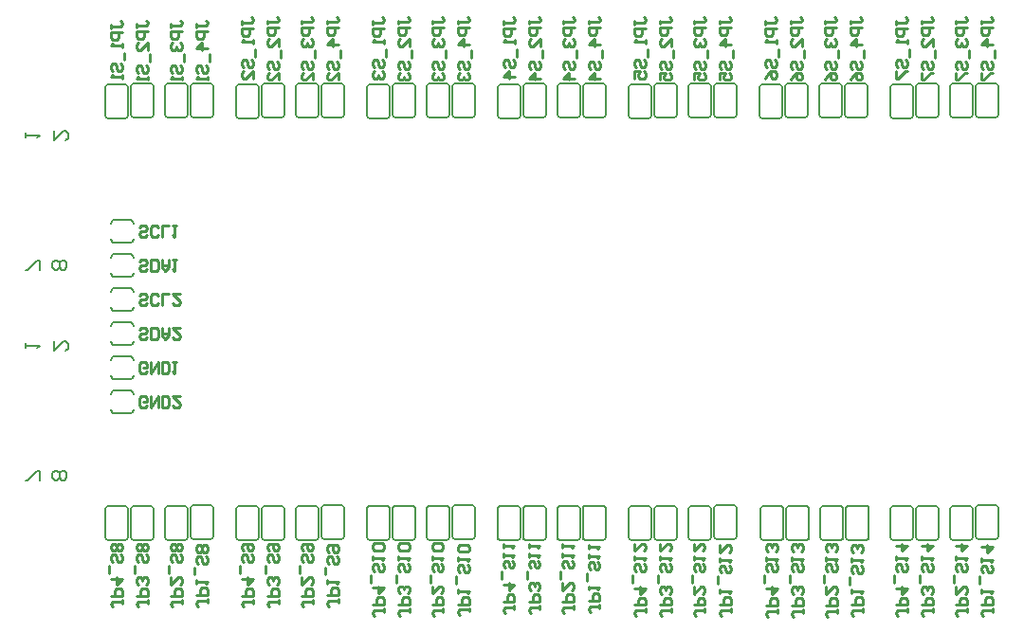
<source format=gbo>
G04 Layer_Color=32896*
%FSLAX25Y25*%
%MOIN*%
G70*
G01*
G75*
%ADD26C,0.01000*%
%ADD48C,0.00800*%
%ADD49C,0.00600*%
D26*
X40040Y237376D02*
Y238688D01*
Y238032D01*
X43320D01*
X43976Y238688D01*
Y239344D01*
X43320Y240000D01*
X43976Y236064D02*
X40040D01*
Y234096D01*
X40696Y233440D01*
X42008D01*
X42664Y234096D01*
Y236064D01*
X43976Y232129D02*
Y230817D01*
Y231473D01*
X40040D01*
X40696Y232129D01*
X44632Y228849D02*
Y226225D01*
X40696Y222289D02*
X40040Y222945D01*
Y224257D01*
X40696Y224913D01*
X41352D01*
X42008Y224257D01*
Y222945D01*
X42664Y222289D01*
X43320D01*
X43976Y222945D01*
Y224257D01*
X43320Y224913D01*
X43976Y220977D02*
Y219665D01*
Y220321D01*
X40040D01*
X40696Y220977D01*
X86040Y238688D02*
Y240000D01*
Y239344D01*
X89320D01*
X89976Y240000D01*
Y240656D01*
X89320Y241312D01*
X89976Y237376D02*
X86040D01*
Y235408D01*
X86696Y234752D01*
X88008D01*
X88664Y235408D01*
Y237376D01*
X89976Y233440D02*
Y232129D01*
Y232785D01*
X86040D01*
X86696Y233440D01*
X90632Y230161D02*
Y227537D01*
X86696Y223601D02*
X86040Y224257D01*
Y225569D01*
X86696Y226225D01*
X87352D01*
X88008Y225569D01*
Y224257D01*
X88664Y223601D01*
X89320D01*
X89976Y224257D01*
Y225569D01*
X89320Y226225D01*
X89976Y219665D02*
Y222289D01*
X87352Y219665D01*
X86696D01*
X86040Y220321D01*
Y221633D01*
X86696Y222289D01*
X132088Y238688D02*
Y240000D01*
Y239344D01*
X135368D01*
X136024Y240000D01*
Y240656D01*
X135368Y241312D01*
X136024Y237376D02*
X132088D01*
Y235408D01*
X132744Y234752D01*
X134056D01*
X134712Y235408D01*
Y237376D01*
X136024Y233440D02*
Y232129D01*
Y232785D01*
X132088D01*
X132744Y233440D01*
X136680Y230161D02*
Y227537D01*
X132744Y223601D02*
X132088Y224257D01*
Y225569D01*
X132744Y226225D01*
X133400D01*
X134056Y225569D01*
Y224257D01*
X134712Y223601D01*
X135368D01*
X136024Y224257D01*
Y225569D01*
X135368Y226225D01*
X132744Y222289D02*
X132088Y221633D01*
Y220321D01*
X132744Y219665D01*
X133400D01*
X134056Y220321D01*
Y220977D01*
Y220321D01*
X134712Y219665D01*
X135368D01*
X136024Y220321D01*
Y221633D01*
X135368Y222289D01*
X178088Y238688D02*
Y240000D01*
Y239344D01*
X181368D01*
X182024Y240000D01*
Y240656D01*
X181368Y241312D01*
X182024Y237376D02*
X178088D01*
Y235408D01*
X178744Y234752D01*
X180056D01*
X180712Y235408D01*
Y237376D01*
X182024Y233440D02*
Y232129D01*
Y232785D01*
X178088D01*
X178744Y233440D01*
X182680Y230161D02*
Y227537D01*
X178744Y223601D02*
X178088Y224257D01*
Y225569D01*
X178744Y226225D01*
X179400D01*
X180056Y225569D01*
Y224257D01*
X180712Y223601D01*
X181368D01*
X182024Y224257D01*
Y225569D01*
X181368Y226225D01*
X182024Y220321D02*
X178088D01*
X180056Y222289D01*
Y219665D01*
X224040Y238688D02*
Y240000D01*
Y239344D01*
X227320D01*
X227976Y240000D01*
Y240656D01*
X227320Y241312D01*
X227976Y237376D02*
X224040D01*
Y235408D01*
X224696Y234752D01*
X226008D01*
X226664Y235408D01*
Y237376D01*
X227976Y233440D02*
Y232129D01*
Y232785D01*
X224040D01*
X224696Y233440D01*
X228632Y230161D02*
Y227537D01*
X224696Y223601D02*
X224040Y224257D01*
Y225569D01*
X224696Y226225D01*
X225352D01*
X226008Y225569D01*
Y224257D01*
X226664Y223601D01*
X227320D01*
X227976Y224257D01*
Y225569D01*
X227320Y226225D01*
X224040Y219665D02*
Y222289D01*
X226008D01*
X225352Y220977D01*
Y220321D01*
X226008Y219665D01*
X227320D01*
X227976Y220321D01*
Y221633D01*
X227320Y222289D01*
X270088Y238688D02*
Y240000D01*
Y239344D01*
X273368D01*
X274024Y240000D01*
Y240656D01*
X273368Y241312D01*
X274024Y237376D02*
X270088D01*
Y235408D01*
X270744Y234752D01*
X272056D01*
X272712Y235408D01*
Y237376D01*
X274024Y233440D02*
Y232129D01*
Y232785D01*
X270088D01*
X270744Y233440D01*
X274680Y230161D02*
Y227537D01*
X270744Y223601D02*
X270088Y224257D01*
Y225569D01*
X270744Y226225D01*
X271400D01*
X272056Y225569D01*
Y224257D01*
X272712Y223601D01*
X273368D01*
X274024Y224257D01*
Y225569D01*
X273368Y226225D01*
X270088Y219665D02*
X270744Y220977D01*
X272056Y222289D01*
X273368D01*
X274024Y221633D01*
Y220321D01*
X273368Y219665D01*
X272712D01*
X272056Y220321D01*
Y222289D01*
X316088Y238688D02*
Y240000D01*
Y239344D01*
X319368D01*
X320024Y240000D01*
Y240656D01*
X319368Y241312D01*
X320024Y237376D02*
X316088D01*
Y235408D01*
X316744Y234752D01*
X318056D01*
X318712Y235408D01*
Y237376D01*
X320024Y233440D02*
Y232129D01*
Y232785D01*
X316088D01*
X316744Y233440D01*
X320680Y230161D02*
Y227537D01*
X316744Y223601D02*
X316088Y224257D01*
Y225569D01*
X316744Y226225D01*
X317400D01*
X318056Y225569D01*
Y224257D01*
X318712Y223601D01*
X319368D01*
X320024Y224257D01*
Y225569D01*
X319368Y226225D01*
X316088Y222289D02*
Y219665D01*
X316744D01*
X319368Y222289D01*
X320024D01*
X74036Y36712D02*
Y35400D01*
Y36056D01*
X70756D01*
X70100Y35400D01*
Y34744D01*
X70756Y34088D01*
X70100Y38024D02*
X74036D01*
Y39992D01*
X73380Y40648D01*
X72068D01*
X71412Y39992D01*
Y38024D01*
X70100Y41960D02*
Y43271D01*
Y42616D01*
X74036D01*
X73380Y41960D01*
X69444Y45239D02*
Y47863D01*
X73380Y51799D02*
X74036Y51143D01*
Y49831D01*
X73380Y49175D01*
X72724D01*
X72068Y49831D01*
Y51143D01*
X71412Y51799D01*
X70756D01*
X70100Y51143D01*
Y49831D01*
X70756Y49175D01*
X73380Y53111D02*
X74036Y53767D01*
Y55079D01*
X73380Y55735D01*
X72724D01*
X72068Y55079D01*
X71412Y55735D01*
X70756D01*
X70100Y55079D01*
Y53767D01*
X70756Y53111D01*
X71412D01*
X72068Y53767D01*
X72724Y53111D01*
X73380D01*
X72068Y53767D02*
Y55079D01*
X120036Y36712D02*
Y35400D01*
Y36056D01*
X116756D01*
X116100Y35400D01*
Y34744D01*
X116756Y34088D01*
X116100Y38024D02*
X120036D01*
Y39992D01*
X119380Y40648D01*
X118068D01*
X117412Y39992D01*
Y38024D01*
X116100Y41960D02*
Y43271D01*
Y42616D01*
X120036D01*
X119380Y41960D01*
X115444Y45239D02*
Y47863D01*
X119380Y51799D02*
X120036Y51143D01*
Y49831D01*
X119380Y49175D01*
X118724D01*
X118068Y49831D01*
Y51143D01*
X117412Y51799D01*
X116756D01*
X116100Y51143D01*
Y49831D01*
X116756Y49175D01*
Y53111D02*
X116100Y53767D01*
Y55079D01*
X116756Y55735D01*
X119380D01*
X120036Y55079D01*
Y53767D01*
X119380Y53111D01*
X118724D01*
X118068Y53767D01*
Y55735D01*
X165936Y33532D02*
Y32220D01*
Y32876D01*
X162656D01*
X162000Y32220D01*
Y31564D01*
X162656Y30908D01*
X162000Y34844D02*
X165936D01*
Y36812D01*
X165280Y37468D01*
X163968D01*
X163312Y36812D01*
Y34844D01*
X162000Y38780D02*
Y40092D01*
Y39436D01*
X165936D01*
X165280Y38780D01*
X161344Y42060D02*
Y44683D01*
X165280Y48619D02*
X165936Y47963D01*
Y46651D01*
X165280Y45995D01*
X164624D01*
X163968Y46651D01*
Y47963D01*
X163312Y48619D01*
X162656D01*
X162000Y47963D01*
Y46651D01*
X162656Y45995D01*
X162000Y49931D02*
Y51243D01*
Y50587D01*
X165936D01*
X165280Y49931D01*
Y53211D02*
X165936Y53867D01*
Y55179D01*
X165280Y55835D01*
X162656D01*
X162000Y55179D01*
Y53867D01*
X162656Y53211D01*
X165280D01*
X211836Y34644D02*
Y33332D01*
Y33988D01*
X208556D01*
X207900Y33332D01*
Y32676D01*
X208556Y32020D01*
X207900Y35956D02*
X211836D01*
Y37924D01*
X211180Y38580D01*
X209868D01*
X209212Y37924D01*
Y35956D01*
X207900Y39892D02*
Y41204D01*
Y40548D01*
X211836D01*
X211180Y39892D01*
X207244Y43172D02*
Y45795D01*
X211180Y49731D02*
X211836Y49075D01*
Y47763D01*
X211180Y47107D01*
X210524D01*
X209868Y47763D01*
Y49075D01*
X209212Y49731D01*
X208556D01*
X207900Y49075D01*
Y47763D01*
X208556Y47107D01*
X207900Y51043D02*
Y52355D01*
Y51699D01*
X211836D01*
X211180Y51043D01*
X207900Y54323D02*
Y55635D01*
Y54979D01*
X211836D01*
X211180Y54323D01*
X257936Y33432D02*
Y32120D01*
Y32776D01*
X254656D01*
X254000Y32120D01*
Y31464D01*
X254656Y30808D01*
X254000Y34744D02*
X257936D01*
Y36712D01*
X257280Y37368D01*
X255968D01*
X255312Y36712D01*
Y34744D01*
X254000Y38680D02*
Y39992D01*
Y39336D01*
X257936D01*
X257280Y38680D01*
X253344Y41960D02*
Y44583D01*
X257280Y48519D02*
X257936Y47863D01*
Y46551D01*
X257280Y45895D01*
X256624D01*
X255968Y46551D01*
Y47863D01*
X255312Y48519D01*
X254656D01*
X254000Y47863D01*
Y46551D01*
X254656Y45895D01*
X254000Y49831D02*
Y51143D01*
Y50487D01*
X257936D01*
X257280Y49831D01*
X254000Y55735D02*
Y53111D01*
X256624Y55735D01*
X257280D01*
X257936Y55079D01*
Y53767D01*
X257280Y53111D01*
X304436Y33332D02*
Y32020D01*
Y32676D01*
X301156D01*
X300500Y32020D01*
Y31364D01*
X301156Y30708D01*
X300500Y34644D02*
X304436D01*
Y36612D01*
X303780Y37268D01*
X302468D01*
X301812Y36612D01*
Y34644D01*
X300500Y38580D02*
Y39892D01*
Y39236D01*
X304436D01*
X303780Y38580D01*
X299844Y41860D02*
Y44483D01*
X303780Y48419D02*
X304436Y47763D01*
Y46451D01*
X303780Y45795D01*
X303124D01*
X302468Y46451D01*
Y47763D01*
X301812Y48419D01*
X301156D01*
X300500Y47763D01*
Y46451D01*
X301156Y45795D01*
X300500Y49731D02*
Y51043D01*
Y50387D01*
X304436D01*
X303780Y49731D01*
Y53011D02*
X304436Y53667D01*
Y54979D01*
X303780Y55635D01*
X303124D01*
X302468Y54979D01*
Y54323D01*
Y54979D01*
X301812Y55635D01*
X301156D01*
X300500Y54979D01*
Y53667D01*
X301156Y53011D01*
X350036Y33432D02*
Y32120D01*
Y32776D01*
X346756D01*
X346100Y32120D01*
Y31464D01*
X346756Y30808D01*
X346100Y34744D02*
X350036D01*
Y36712D01*
X349380Y37368D01*
X348068D01*
X347412Y36712D01*
Y34744D01*
X346100Y38680D02*
Y39992D01*
Y39336D01*
X350036D01*
X349380Y38680D01*
X345444Y41960D02*
Y44583D01*
X349380Y48519D02*
X350036Y47863D01*
Y46551D01*
X349380Y45895D01*
X348724D01*
X348068Y46551D01*
Y47863D01*
X347412Y48519D01*
X346756D01*
X346100Y47863D01*
Y46551D01*
X346756Y45895D01*
X346100Y49831D02*
Y51143D01*
Y50487D01*
X350036D01*
X349380Y49831D01*
X346100Y55079D02*
X350036D01*
X348068Y53111D01*
Y55735D01*
X49140Y237576D02*
Y238888D01*
Y238232D01*
X52420D01*
X53076Y238888D01*
Y239544D01*
X52420Y240200D01*
X53076Y236264D02*
X49140D01*
Y234296D01*
X49796Y233640D01*
X51108D01*
X51764Y234296D01*
Y236264D01*
X53076Y229705D02*
Y232329D01*
X50452Y229705D01*
X49796D01*
X49140Y230361D01*
Y231673D01*
X49796Y232329D01*
X53732Y228393D02*
Y225769D01*
X49796Y221833D02*
X49140Y222489D01*
Y223801D01*
X49796Y224457D01*
X50452D01*
X51108Y223801D01*
Y222489D01*
X51764Y221833D01*
X52420D01*
X53076Y222489D01*
Y223801D01*
X52420Y224457D01*
X53076Y220521D02*
Y219209D01*
Y219865D01*
X49140D01*
X49796Y220521D01*
X95140Y238888D02*
Y240200D01*
Y239544D01*
X98420D01*
X99076Y240200D01*
Y240856D01*
X98420Y241512D01*
X99076Y237576D02*
X95140D01*
Y235608D01*
X95796Y234952D01*
X97108D01*
X97764Y235608D01*
Y237576D01*
X99076Y231017D02*
Y233640D01*
X96452Y231017D01*
X95796D01*
X95140Y231673D01*
Y232984D01*
X95796Y233640D01*
X99732Y229705D02*
Y227081D01*
X95796Y223145D02*
X95140Y223801D01*
Y225113D01*
X95796Y225769D01*
X96452D01*
X97108Y225113D01*
Y223801D01*
X97764Y223145D01*
X98420D01*
X99076Y223801D01*
Y225113D01*
X98420Y225769D01*
X99076Y219209D02*
Y221833D01*
X96452Y219209D01*
X95796D01*
X95140Y219865D01*
Y221177D01*
X95796Y221833D01*
X141188Y238888D02*
Y240200D01*
Y239544D01*
X144468D01*
X145124Y240200D01*
Y240856D01*
X144468Y241512D01*
X145124Y237576D02*
X141188D01*
Y235608D01*
X141844Y234952D01*
X143156D01*
X143812Y235608D01*
Y237576D01*
X145124Y231017D02*
Y233640D01*
X142500Y231017D01*
X141844D01*
X141188Y231673D01*
Y232984D01*
X141844Y233640D01*
X145780Y229705D02*
Y227081D01*
X141844Y223145D02*
X141188Y223801D01*
Y225113D01*
X141844Y225769D01*
X142500D01*
X143156Y225113D01*
Y223801D01*
X143812Y223145D01*
X144468D01*
X145124Y223801D01*
Y225113D01*
X144468Y225769D01*
X141844Y221833D02*
X141188Y221177D01*
Y219865D01*
X141844Y219209D01*
X142500D01*
X143156Y219865D01*
Y220521D01*
Y219865D01*
X143812Y219209D01*
X144468D01*
X145124Y219865D01*
Y221177D01*
X144468Y221833D01*
X187188Y238888D02*
Y240200D01*
Y239544D01*
X190468D01*
X191124Y240200D01*
Y240856D01*
X190468Y241512D01*
X191124Y237576D02*
X187188D01*
Y235608D01*
X187844Y234952D01*
X189156D01*
X189812Y235608D01*
Y237576D01*
X191124Y231017D02*
Y233640D01*
X188500Y231017D01*
X187844D01*
X187188Y231673D01*
Y232984D01*
X187844Y233640D01*
X191780Y229705D02*
Y227081D01*
X187844Y223145D02*
X187188Y223801D01*
Y225113D01*
X187844Y225769D01*
X188500D01*
X189156Y225113D01*
Y223801D01*
X189812Y223145D01*
X190468D01*
X191124Y223801D01*
Y225113D01*
X190468Y225769D01*
X191124Y219865D02*
X187188D01*
X189156Y221833D01*
Y219209D01*
X233140Y238888D02*
Y240200D01*
Y239544D01*
X236420D01*
X237076Y240200D01*
Y240856D01*
X236420Y241512D01*
X237076Y237576D02*
X233140D01*
Y235608D01*
X233796Y234952D01*
X235108D01*
X235764Y235608D01*
Y237576D01*
X237076Y231017D02*
Y233640D01*
X234452Y231017D01*
X233796D01*
X233140Y231673D01*
Y232984D01*
X233796Y233640D01*
X237732Y229705D02*
Y227081D01*
X233796Y223145D02*
X233140Y223801D01*
Y225113D01*
X233796Y225769D01*
X234452D01*
X235108Y225113D01*
Y223801D01*
X235764Y223145D01*
X236420D01*
X237076Y223801D01*
Y225113D01*
X236420Y225769D01*
X233140Y219209D02*
Y221833D01*
X235108D01*
X234452Y220521D01*
Y219865D01*
X235108Y219209D01*
X236420D01*
X237076Y219865D01*
Y221177D01*
X236420Y221833D01*
X279188Y238888D02*
Y240200D01*
Y239544D01*
X282468D01*
X283124Y240200D01*
Y240856D01*
X282468Y241512D01*
X283124Y237576D02*
X279188D01*
Y235608D01*
X279844Y234952D01*
X281156D01*
X281812Y235608D01*
Y237576D01*
X283124Y231017D02*
Y233640D01*
X280500Y231017D01*
X279844D01*
X279188Y231673D01*
Y232984D01*
X279844Y233640D01*
X283780Y229705D02*
Y227081D01*
X279844Y223145D02*
X279188Y223801D01*
Y225113D01*
X279844Y225769D01*
X280500D01*
X281156Y225113D01*
Y223801D01*
X281812Y223145D01*
X282468D01*
X283124Y223801D01*
Y225113D01*
X282468Y225769D01*
X279188Y219209D02*
X279844Y220521D01*
X281156Y221833D01*
X282468D01*
X283124Y221177D01*
Y219865D01*
X282468Y219209D01*
X281812D01*
X281156Y219865D01*
Y221833D01*
X325188Y238888D02*
Y240200D01*
Y239544D01*
X328468D01*
X329124Y240200D01*
Y240856D01*
X328468Y241512D01*
X329124Y237576D02*
X325188D01*
Y235608D01*
X325844Y234952D01*
X327156D01*
X327812Y235608D01*
Y237576D01*
X329124Y231017D02*
Y233640D01*
X326500Y231017D01*
X325844D01*
X325188Y231673D01*
Y232984D01*
X325844Y233640D01*
X329780Y229705D02*
Y227081D01*
X325844Y223145D02*
X325188Y223801D01*
Y225113D01*
X325844Y225769D01*
X326500D01*
X327156Y225113D01*
Y223801D01*
X327812Y223145D01*
X328468D01*
X329124Y223801D01*
Y225113D01*
X328468Y225769D01*
X325188Y221833D02*
Y219209D01*
X325844D01*
X328468Y221833D01*
X329124D01*
X64936Y36512D02*
Y35200D01*
Y35856D01*
X61656D01*
X61000Y35200D01*
Y34544D01*
X61656Y33888D01*
X61000Y37824D02*
X64936D01*
Y39792D01*
X64280Y40448D01*
X62968D01*
X62312Y39792D01*
Y37824D01*
X61000Y44383D02*
Y41760D01*
X63624Y44383D01*
X64280D01*
X64936Y43727D01*
Y42415D01*
X64280Y41760D01*
X60344Y45695D02*
Y48319D01*
X64280Y52255D02*
X64936Y51599D01*
Y50287D01*
X64280Y49631D01*
X63624D01*
X62968Y50287D01*
Y51599D01*
X62312Y52255D01*
X61656D01*
X61000Y51599D01*
Y50287D01*
X61656Y49631D01*
X64280Y53567D02*
X64936Y54223D01*
Y55535D01*
X64280Y56191D01*
X63624D01*
X62968Y55535D01*
X62312Y56191D01*
X61656D01*
X61000Y55535D01*
Y54223D01*
X61656Y53567D01*
X62312D01*
X62968Y54223D01*
X63624Y53567D01*
X64280D01*
X62968Y54223D02*
Y55535D01*
X110936Y36512D02*
Y35200D01*
Y35856D01*
X107656D01*
X107000Y35200D01*
Y34544D01*
X107656Y33888D01*
X107000Y37824D02*
X110936D01*
Y39792D01*
X110280Y40448D01*
X108968D01*
X108312Y39792D01*
Y37824D01*
X107000Y44383D02*
Y41760D01*
X109624Y44383D01*
X110280D01*
X110936Y43727D01*
Y42415D01*
X110280Y41760D01*
X106344Y45695D02*
Y48319D01*
X110280Y52255D02*
X110936Y51599D01*
Y50287D01*
X110280Y49631D01*
X109624D01*
X108968Y50287D01*
Y51599D01*
X108312Y52255D01*
X107656D01*
X107000Y51599D01*
Y50287D01*
X107656Y49631D01*
Y53567D02*
X107000Y54223D01*
Y55535D01*
X107656Y56191D01*
X110280D01*
X110936Y55535D01*
Y54223D01*
X110280Y53567D01*
X109624D01*
X108968Y54223D01*
Y56191D01*
X156836Y33332D02*
Y32020D01*
Y32676D01*
X153556D01*
X152900Y32020D01*
Y31364D01*
X153556Y30708D01*
X152900Y34644D02*
X156836D01*
Y36612D01*
X156180Y37268D01*
X154868D01*
X154212Y36612D01*
Y34644D01*
X152900Y41204D02*
Y38580D01*
X155524Y41204D01*
X156180D01*
X156836Y40548D01*
Y39236D01*
X156180Y38580D01*
X152244Y42516D02*
Y45139D01*
X156180Y49075D02*
X156836Y48419D01*
Y47107D01*
X156180Y46451D01*
X155524D01*
X154868Y47107D01*
Y48419D01*
X154212Y49075D01*
X153556D01*
X152900Y48419D01*
Y47107D01*
X153556Y46451D01*
X152900Y50387D02*
Y51699D01*
Y51043D01*
X156836D01*
X156180Y50387D01*
Y53667D02*
X156836Y54323D01*
Y55635D01*
X156180Y56291D01*
X153556D01*
X152900Y55635D01*
Y54323D01*
X153556Y53667D01*
X156180D01*
X202736Y34444D02*
Y33132D01*
Y33788D01*
X199456D01*
X198800Y33132D01*
Y32476D01*
X199456Y31820D01*
X198800Y35756D02*
X202736D01*
Y37724D01*
X202080Y38380D01*
X200768D01*
X200112Y37724D01*
Y35756D01*
X198800Y42316D02*
Y39692D01*
X201424Y42316D01*
X202080D01*
X202736Y41660D01*
Y40348D01*
X202080Y39692D01*
X198144Y43627D02*
Y46251D01*
X202080Y50187D02*
X202736Y49531D01*
Y48219D01*
X202080Y47563D01*
X201424D01*
X200768Y48219D01*
Y49531D01*
X200112Y50187D01*
X199456D01*
X198800Y49531D01*
Y48219D01*
X199456Y47563D01*
X198800Y51499D02*
Y52811D01*
Y52155D01*
X202736D01*
X202080Y51499D01*
X198800Y54779D02*
Y56091D01*
Y55435D01*
X202736D01*
X202080Y54779D01*
X248836Y33232D02*
Y31920D01*
Y32576D01*
X245556D01*
X244900Y31920D01*
Y31264D01*
X245556Y30608D01*
X244900Y34544D02*
X248836D01*
Y36512D01*
X248180Y37168D01*
X246868D01*
X246212Y36512D01*
Y34544D01*
X244900Y41104D02*
Y38480D01*
X247524Y41104D01*
X248180D01*
X248836Y40448D01*
Y39136D01*
X248180Y38480D01*
X244244Y42415D02*
Y45039D01*
X248180Y48975D02*
X248836Y48319D01*
Y47007D01*
X248180Y46351D01*
X247524D01*
X246868Y47007D01*
Y48319D01*
X246212Y48975D01*
X245556D01*
X244900Y48319D01*
Y47007D01*
X245556Y46351D01*
X244900Y50287D02*
Y51599D01*
Y50943D01*
X248836D01*
X248180Y50287D01*
X244900Y56191D02*
Y53567D01*
X247524Y56191D01*
X248180D01*
X248836Y55535D01*
Y54223D01*
X248180Y53567D01*
X295336Y33132D02*
Y31820D01*
Y32476D01*
X292056D01*
X291400Y31820D01*
Y31164D01*
X292056Y30508D01*
X291400Y34444D02*
X295336D01*
Y36412D01*
X294680Y37068D01*
X293368D01*
X292712Y36412D01*
Y34444D01*
X291400Y41004D02*
Y38380D01*
X294024Y41004D01*
X294680D01*
X295336Y40348D01*
Y39036D01*
X294680Y38380D01*
X290744Y42316D02*
Y44939D01*
X294680Y48875D02*
X295336Y48219D01*
Y46907D01*
X294680Y46251D01*
X294024D01*
X293368Y46907D01*
Y48219D01*
X292712Y48875D01*
X292056D01*
X291400Y48219D01*
Y46907D01*
X292056Y46251D01*
X291400Y50187D02*
Y51499D01*
Y50843D01*
X295336D01*
X294680Y50187D01*
Y53467D02*
X295336Y54123D01*
Y55435D01*
X294680Y56091D01*
X294024D01*
X293368Y55435D01*
Y54779D01*
Y55435D01*
X292712Y56091D01*
X292056D01*
X291400Y55435D01*
Y54123D01*
X292056Y53467D01*
X340936Y33232D02*
Y31920D01*
Y32576D01*
X337656D01*
X337000Y31920D01*
Y31264D01*
X337656Y30608D01*
X337000Y34544D02*
X340936D01*
Y36512D01*
X340280Y37168D01*
X338968D01*
X338312Y36512D01*
Y34544D01*
X337000Y41104D02*
Y38480D01*
X339624Y41104D01*
X340280D01*
X340936Y40448D01*
Y39136D01*
X340280Y38480D01*
X336344Y42415D02*
Y45039D01*
X340280Y48975D02*
X340936Y48319D01*
Y47007D01*
X340280Y46351D01*
X339624D01*
X338968Y47007D01*
Y48319D01*
X338312Y48975D01*
X337656D01*
X337000Y48319D01*
Y47007D01*
X337656Y46351D01*
X337000Y50287D02*
Y51599D01*
Y50943D01*
X340936D01*
X340280Y50287D01*
X337000Y55535D02*
X340936D01*
X338968Y53567D01*
Y56191D01*
X61040Y237576D02*
Y238888D01*
Y238232D01*
X64320D01*
X64976Y238888D01*
Y239544D01*
X64320Y240200D01*
X64976Y236264D02*
X61040D01*
Y234296D01*
X61696Y233640D01*
X63008D01*
X63664Y234296D01*
Y236264D01*
X61696Y232329D02*
X61040Y231673D01*
Y230361D01*
X61696Y229705D01*
X62352D01*
X63008Y230361D01*
Y231017D01*
Y230361D01*
X63664Y229705D01*
X64320D01*
X64976Y230361D01*
Y231673D01*
X64320Y232329D01*
X65632Y228393D02*
Y225769D01*
X61696Y221833D02*
X61040Y222489D01*
Y223801D01*
X61696Y224457D01*
X62352D01*
X63008Y223801D01*
Y222489D01*
X63664Y221833D01*
X64320D01*
X64976Y222489D01*
Y223801D01*
X64320Y224457D01*
X64976Y220521D02*
Y219209D01*
Y219865D01*
X61040D01*
X61696Y220521D01*
X107040Y238888D02*
Y240200D01*
Y239544D01*
X110320D01*
X110976Y240200D01*
Y240856D01*
X110320Y241512D01*
X110976Y237576D02*
X107040D01*
Y235608D01*
X107696Y234952D01*
X109008D01*
X109664Y235608D01*
Y237576D01*
X107696Y233640D02*
X107040Y232984D01*
Y231673D01*
X107696Y231017D01*
X108352D01*
X109008Y231673D01*
Y232329D01*
Y231673D01*
X109664Y231017D01*
X110320D01*
X110976Y231673D01*
Y232984D01*
X110320Y233640D01*
X111632Y229705D02*
Y227081D01*
X107696Y223145D02*
X107040Y223801D01*
Y225113D01*
X107696Y225769D01*
X108352D01*
X109008Y225113D01*
Y223801D01*
X109664Y223145D01*
X110320D01*
X110976Y223801D01*
Y225113D01*
X110320Y225769D01*
X110976Y219209D02*
Y221833D01*
X108352Y219209D01*
X107696D01*
X107040Y219865D01*
Y221177D01*
X107696Y221833D01*
X153088Y238888D02*
Y240200D01*
Y239544D01*
X156368D01*
X157024Y240200D01*
Y240856D01*
X156368Y241512D01*
X157024Y237576D02*
X153088D01*
Y235608D01*
X153744Y234952D01*
X155056D01*
X155712Y235608D01*
Y237576D01*
X153744Y233640D02*
X153088Y232984D01*
Y231673D01*
X153744Y231017D01*
X154400D01*
X155056Y231673D01*
Y232329D01*
Y231673D01*
X155712Y231017D01*
X156368D01*
X157024Y231673D01*
Y232984D01*
X156368Y233640D01*
X157680Y229705D02*
Y227081D01*
X153744Y223145D02*
X153088Y223801D01*
Y225113D01*
X153744Y225769D01*
X154400D01*
X155056Y225113D01*
Y223801D01*
X155712Y223145D01*
X156368D01*
X157024Y223801D01*
Y225113D01*
X156368Y225769D01*
X153744Y221833D02*
X153088Y221177D01*
Y219865D01*
X153744Y219209D01*
X154400D01*
X155056Y219865D01*
Y220521D01*
Y219865D01*
X155712Y219209D01*
X156368D01*
X157024Y219865D01*
Y221177D01*
X156368Y221833D01*
X199088Y238888D02*
Y240200D01*
Y239544D01*
X202368D01*
X203024Y240200D01*
Y240856D01*
X202368Y241512D01*
X203024Y237576D02*
X199088D01*
Y235608D01*
X199744Y234952D01*
X201056D01*
X201712Y235608D01*
Y237576D01*
X199744Y233640D02*
X199088Y232984D01*
Y231673D01*
X199744Y231017D01*
X200400D01*
X201056Y231673D01*
Y232329D01*
Y231673D01*
X201712Y231017D01*
X202368D01*
X203024Y231673D01*
Y232984D01*
X202368Y233640D01*
X203680Y229705D02*
Y227081D01*
X199744Y223145D02*
X199088Y223801D01*
Y225113D01*
X199744Y225769D01*
X200400D01*
X201056Y225113D01*
Y223801D01*
X201712Y223145D01*
X202368D01*
X203024Y223801D01*
Y225113D01*
X202368Y225769D01*
X203024Y219865D02*
X199088D01*
X201056Y221833D01*
Y219209D01*
X245040Y238888D02*
Y240200D01*
Y239544D01*
X248320D01*
X248976Y240200D01*
Y240856D01*
X248320Y241512D01*
X248976Y237576D02*
X245040D01*
Y235608D01*
X245696Y234952D01*
X247008D01*
X247664Y235608D01*
Y237576D01*
X245696Y233640D02*
X245040Y232984D01*
Y231673D01*
X245696Y231017D01*
X246352D01*
X247008Y231673D01*
Y232329D01*
Y231673D01*
X247664Y231017D01*
X248320D01*
X248976Y231673D01*
Y232984D01*
X248320Y233640D01*
X249632Y229705D02*
Y227081D01*
X245696Y223145D02*
X245040Y223801D01*
Y225113D01*
X245696Y225769D01*
X246352D01*
X247008Y225113D01*
Y223801D01*
X247664Y223145D01*
X248320D01*
X248976Y223801D01*
Y225113D01*
X248320Y225769D01*
X245040Y219209D02*
Y221833D01*
X247008D01*
X246352Y220521D01*
Y219865D01*
X247008Y219209D01*
X248320D01*
X248976Y219865D01*
Y221177D01*
X248320Y221833D01*
X291088Y238888D02*
Y240200D01*
Y239544D01*
X294368D01*
X295024Y240200D01*
Y240856D01*
X294368Y241512D01*
X295024Y237576D02*
X291088D01*
Y235608D01*
X291744Y234952D01*
X293056D01*
X293712Y235608D01*
Y237576D01*
X291744Y233640D02*
X291088Y232984D01*
Y231673D01*
X291744Y231017D01*
X292400D01*
X293056Y231673D01*
Y232329D01*
Y231673D01*
X293712Y231017D01*
X294368D01*
X295024Y231673D01*
Y232984D01*
X294368Y233640D01*
X295680Y229705D02*
Y227081D01*
X291744Y223145D02*
X291088Y223801D01*
Y225113D01*
X291744Y225769D01*
X292400D01*
X293056Y225113D01*
Y223801D01*
X293712Y223145D01*
X294368D01*
X295024Y223801D01*
Y225113D01*
X294368Y225769D01*
X291088Y219209D02*
X291744Y220521D01*
X293056Y221833D01*
X294368D01*
X295024Y221177D01*
Y219865D01*
X294368Y219209D01*
X293712D01*
X293056Y219865D01*
Y221833D01*
X337088Y238888D02*
Y240200D01*
Y239544D01*
X340368D01*
X341024Y240200D01*
Y240856D01*
X340368Y241512D01*
X341024Y237576D02*
X337088D01*
Y235608D01*
X337744Y234952D01*
X339056D01*
X339712Y235608D01*
Y237576D01*
X337744Y233640D02*
X337088Y232984D01*
Y231673D01*
X337744Y231017D01*
X338400D01*
X339056Y231673D01*
Y232329D01*
Y231673D01*
X339712Y231017D01*
X340368D01*
X341024Y231673D01*
Y232984D01*
X340368Y233640D01*
X341680Y229705D02*
Y227081D01*
X337744Y223145D02*
X337088Y223801D01*
Y225113D01*
X337744Y225769D01*
X338400D01*
X339056Y225113D01*
Y223801D01*
X339712Y223145D01*
X340368D01*
X341024Y223801D01*
Y225113D01*
X340368Y225769D01*
X337088Y221833D02*
Y219209D01*
X337744D01*
X340368Y221833D01*
X341024D01*
X53036Y36512D02*
Y35200D01*
Y35856D01*
X49756D01*
X49100Y35200D01*
Y34544D01*
X49756Y33888D01*
X49100Y37824D02*
X53036D01*
Y39792D01*
X52380Y40448D01*
X51068D01*
X50412Y39792D01*
Y37824D01*
X52380Y41760D02*
X53036Y42415D01*
Y43727D01*
X52380Y44383D01*
X51724D01*
X51068Y43727D01*
Y43071D01*
Y43727D01*
X50412Y44383D01*
X49756D01*
X49100Y43727D01*
Y42415D01*
X49756Y41760D01*
X48444Y45695D02*
Y48319D01*
X52380Y52255D02*
X53036Y51599D01*
Y50287D01*
X52380Y49631D01*
X51724D01*
X51068Y50287D01*
Y51599D01*
X50412Y52255D01*
X49756D01*
X49100Y51599D01*
Y50287D01*
X49756Y49631D01*
X52380Y53567D02*
X53036Y54223D01*
Y55535D01*
X52380Y56191D01*
X51724D01*
X51068Y55535D01*
X50412Y56191D01*
X49756D01*
X49100Y55535D01*
Y54223D01*
X49756Y53567D01*
X50412D01*
X51068Y54223D01*
X51724Y53567D01*
X52380D01*
X51068Y54223D02*
Y55535D01*
X99036Y36512D02*
Y35200D01*
Y35856D01*
X95756D01*
X95100Y35200D01*
Y34544D01*
X95756Y33888D01*
X95100Y37824D02*
X99036D01*
Y39792D01*
X98380Y40448D01*
X97068D01*
X96412Y39792D01*
Y37824D01*
X98380Y41760D02*
X99036Y42415D01*
Y43727D01*
X98380Y44383D01*
X97724D01*
X97068Y43727D01*
Y43071D01*
Y43727D01*
X96412Y44383D01*
X95756D01*
X95100Y43727D01*
Y42415D01*
X95756Y41760D01*
X94444Y45695D02*
Y48319D01*
X98380Y52255D02*
X99036Y51599D01*
Y50287D01*
X98380Y49631D01*
X97724D01*
X97068Y50287D01*
Y51599D01*
X96412Y52255D01*
X95756D01*
X95100Y51599D01*
Y50287D01*
X95756Y49631D01*
Y53567D02*
X95100Y54223D01*
Y55535D01*
X95756Y56191D01*
X98380D01*
X99036Y55535D01*
Y54223D01*
X98380Y53567D01*
X97724D01*
X97068Y54223D01*
Y56191D01*
X144936Y33332D02*
Y32020D01*
Y32676D01*
X141656D01*
X141000Y32020D01*
Y31364D01*
X141656Y30708D01*
X141000Y34644D02*
X144936D01*
Y36612D01*
X144280Y37268D01*
X142968D01*
X142312Y36612D01*
Y34644D01*
X144280Y38580D02*
X144936Y39236D01*
Y40548D01*
X144280Y41204D01*
X143624D01*
X142968Y40548D01*
Y39892D01*
Y40548D01*
X142312Y41204D01*
X141656D01*
X141000Y40548D01*
Y39236D01*
X141656Y38580D01*
X140344Y42516D02*
Y45139D01*
X144280Y49075D02*
X144936Y48419D01*
Y47107D01*
X144280Y46451D01*
X143624D01*
X142968Y47107D01*
Y48419D01*
X142312Y49075D01*
X141656D01*
X141000Y48419D01*
Y47107D01*
X141656Y46451D01*
X141000Y50387D02*
Y51699D01*
Y51043D01*
X144936D01*
X144280Y50387D01*
Y53667D02*
X144936Y54323D01*
Y55635D01*
X144280Y56291D01*
X141656D01*
X141000Y55635D01*
Y54323D01*
X141656Y53667D01*
X144280D01*
X190836Y34444D02*
Y33132D01*
Y33788D01*
X187556D01*
X186900Y33132D01*
Y32476D01*
X187556Y31820D01*
X186900Y35756D02*
X190836D01*
Y37724D01*
X190180Y38380D01*
X188868D01*
X188212Y37724D01*
Y35756D01*
X190180Y39692D02*
X190836Y40348D01*
Y41660D01*
X190180Y42316D01*
X189524D01*
X188868Y41660D01*
Y41004D01*
Y41660D01*
X188212Y42316D01*
X187556D01*
X186900Y41660D01*
Y40348D01*
X187556Y39692D01*
X186244Y43627D02*
Y46251D01*
X190180Y50187D02*
X190836Y49531D01*
Y48219D01*
X190180Y47563D01*
X189524D01*
X188868Y48219D01*
Y49531D01*
X188212Y50187D01*
X187556D01*
X186900Y49531D01*
Y48219D01*
X187556Y47563D01*
X186900Y51499D02*
Y52811D01*
Y52155D01*
X190836D01*
X190180Y51499D01*
X186900Y54779D02*
Y56091D01*
Y55435D01*
X190836D01*
X190180Y54779D01*
X236936Y33232D02*
Y31920D01*
Y32576D01*
X233656D01*
X233000Y31920D01*
Y31264D01*
X233656Y30608D01*
X233000Y34544D02*
X236936D01*
Y36512D01*
X236280Y37168D01*
X234968D01*
X234312Y36512D01*
Y34544D01*
X236280Y38480D02*
X236936Y39136D01*
Y40448D01*
X236280Y41104D01*
X235624D01*
X234968Y40448D01*
Y39792D01*
Y40448D01*
X234312Y41104D01*
X233656D01*
X233000Y40448D01*
Y39136D01*
X233656Y38480D01*
X232344Y42415D02*
Y45039D01*
X236280Y48975D02*
X236936Y48319D01*
Y47007D01*
X236280Y46351D01*
X235624D01*
X234968Y47007D01*
Y48319D01*
X234312Y48975D01*
X233656D01*
X233000Y48319D01*
Y47007D01*
X233656Y46351D01*
X233000Y50287D02*
Y51599D01*
Y50943D01*
X236936D01*
X236280Y50287D01*
X233000Y56191D02*
Y53567D01*
X235624Y56191D01*
X236280D01*
X236936Y55535D01*
Y54223D01*
X236280Y53567D01*
X283436Y33132D02*
Y31820D01*
Y32476D01*
X280156D01*
X279500Y31820D01*
Y31164D01*
X280156Y30508D01*
X279500Y34444D02*
X283436D01*
Y36412D01*
X282780Y37068D01*
X281468D01*
X280812Y36412D01*
Y34444D01*
X282780Y38380D02*
X283436Y39036D01*
Y40348D01*
X282780Y41004D01*
X282124D01*
X281468Y40348D01*
Y39692D01*
Y40348D01*
X280812Y41004D01*
X280156D01*
X279500Y40348D01*
Y39036D01*
X280156Y38380D01*
X278844Y42316D02*
Y44939D01*
X282780Y48875D02*
X283436Y48219D01*
Y46907D01*
X282780Y46251D01*
X282124D01*
X281468Y46907D01*
Y48219D01*
X280812Y48875D01*
X280156D01*
X279500Y48219D01*
Y46907D01*
X280156Y46251D01*
X279500Y50187D02*
Y51499D01*
Y50843D01*
X283436D01*
X282780Y50187D01*
Y53467D02*
X283436Y54123D01*
Y55435D01*
X282780Y56091D01*
X282124D01*
X281468Y55435D01*
Y54779D01*
Y55435D01*
X280812Y56091D01*
X280156D01*
X279500Y55435D01*
Y54123D01*
X280156Y53467D01*
X329036Y33232D02*
Y31920D01*
Y32576D01*
X325756D01*
X325100Y31920D01*
Y31264D01*
X325756Y30608D01*
X325100Y34544D02*
X329036D01*
Y36512D01*
X328380Y37168D01*
X327068D01*
X326412Y36512D01*
Y34544D01*
X328380Y38480D02*
X329036Y39136D01*
Y40448D01*
X328380Y41104D01*
X327724D01*
X327068Y40448D01*
Y39792D01*
Y40448D01*
X326412Y41104D01*
X325756D01*
X325100Y40448D01*
Y39136D01*
X325756Y38480D01*
X324444Y42415D02*
Y45039D01*
X328380Y48975D02*
X329036Y48319D01*
Y47007D01*
X328380Y46351D01*
X327724D01*
X327068Y47007D01*
Y48319D01*
X326412Y48975D01*
X325756D01*
X325100Y48319D01*
Y47007D01*
X325756Y46351D01*
X325100Y50287D02*
Y51599D01*
Y50943D01*
X329036D01*
X328380Y50287D01*
X325100Y55535D02*
X329036D01*
X327068Y53567D01*
Y56191D01*
X70040Y237576D02*
Y238888D01*
Y238232D01*
X73320D01*
X73976Y238888D01*
Y239544D01*
X73320Y240200D01*
X73976Y236264D02*
X70040D01*
Y234296D01*
X70696Y233640D01*
X72008D01*
X72664Y234296D01*
Y236264D01*
X73976Y230361D02*
X70040D01*
X72008Y232329D01*
Y229705D01*
X74632Y228393D02*
Y225769D01*
X70696Y221833D02*
X70040Y222489D01*
Y223801D01*
X70696Y224457D01*
X71352D01*
X72008Y223801D01*
Y222489D01*
X72664Y221833D01*
X73320D01*
X73976Y222489D01*
Y223801D01*
X73320Y224457D01*
X73976Y220521D02*
Y219209D01*
Y219865D01*
X70040D01*
X70696Y220521D01*
X116040Y238888D02*
Y240200D01*
Y239544D01*
X119320D01*
X119976Y240200D01*
Y240856D01*
X119320Y241512D01*
X119976Y237576D02*
X116040D01*
Y235608D01*
X116696Y234952D01*
X118008D01*
X118664Y235608D01*
Y237576D01*
X119976Y231673D02*
X116040D01*
X118008Y233640D01*
Y231017D01*
X120632Y229705D02*
Y227081D01*
X116696Y223145D02*
X116040Y223801D01*
Y225113D01*
X116696Y225769D01*
X117352D01*
X118008Y225113D01*
Y223801D01*
X118664Y223145D01*
X119320D01*
X119976Y223801D01*
Y225113D01*
X119320Y225769D01*
X119976Y219209D02*
Y221833D01*
X117352Y219209D01*
X116696D01*
X116040Y219865D01*
Y221177D01*
X116696Y221833D01*
X162088Y238888D02*
Y240200D01*
Y239544D01*
X165368D01*
X166024Y240200D01*
Y240856D01*
X165368Y241512D01*
X166024Y237576D02*
X162088D01*
Y235608D01*
X162744Y234952D01*
X164056D01*
X164712Y235608D01*
Y237576D01*
X166024Y231673D02*
X162088D01*
X164056Y233640D01*
Y231017D01*
X166680Y229705D02*
Y227081D01*
X162744Y223145D02*
X162088Y223801D01*
Y225113D01*
X162744Y225769D01*
X163400D01*
X164056Y225113D01*
Y223801D01*
X164712Y223145D01*
X165368D01*
X166024Y223801D01*
Y225113D01*
X165368Y225769D01*
X162744Y221833D02*
X162088Y221177D01*
Y219865D01*
X162744Y219209D01*
X163400D01*
X164056Y219865D01*
Y220521D01*
Y219865D01*
X164712Y219209D01*
X165368D01*
X166024Y219865D01*
Y221177D01*
X165368Y221833D01*
X208088Y238888D02*
Y240200D01*
Y239544D01*
X211368D01*
X212024Y240200D01*
Y240856D01*
X211368Y241512D01*
X212024Y237576D02*
X208088D01*
Y235608D01*
X208744Y234952D01*
X210056D01*
X210712Y235608D01*
Y237576D01*
X212024Y231673D02*
X208088D01*
X210056Y233640D01*
Y231017D01*
X212680Y229705D02*
Y227081D01*
X208744Y223145D02*
X208088Y223801D01*
Y225113D01*
X208744Y225769D01*
X209400D01*
X210056Y225113D01*
Y223801D01*
X210712Y223145D01*
X211368D01*
X212024Y223801D01*
Y225113D01*
X211368Y225769D01*
X212024Y219865D02*
X208088D01*
X210056Y221833D01*
Y219209D01*
X254040Y238888D02*
Y240200D01*
Y239544D01*
X257320D01*
X257976Y240200D01*
Y240856D01*
X257320Y241512D01*
X257976Y237576D02*
X254040D01*
Y235608D01*
X254696Y234952D01*
X256008D01*
X256664Y235608D01*
Y237576D01*
X257976Y231673D02*
X254040D01*
X256008Y233640D01*
Y231017D01*
X258632Y229705D02*
Y227081D01*
X254696Y223145D02*
X254040Y223801D01*
Y225113D01*
X254696Y225769D01*
X255352D01*
X256008Y225113D01*
Y223801D01*
X256664Y223145D01*
X257320D01*
X257976Y223801D01*
Y225113D01*
X257320Y225769D01*
X254040Y219209D02*
Y221833D01*
X256008D01*
X255352Y220521D01*
Y219865D01*
X256008Y219209D01*
X257320D01*
X257976Y219865D01*
Y221177D01*
X257320Y221833D01*
X300088Y238888D02*
Y240200D01*
Y239544D01*
X303368D01*
X304024Y240200D01*
Y240856D01*
X303368Y241512D01*
X304024Y237576D02*
X300088D01*
Y235608D01*
X300744Y234952D01*
X302056D01*
X302712Y235608D01*
Y237576D01*
X304024Y231673D02*
X300088D01*
X302056Y233640D01*
Y231017D01*
X304680Y229705D02*
Y227081D01*
X300744Y223145D02*
X300088Y223801D01*
Y225113D01*
X300744Y225769D01*
X301400D01*
X302056Y225113D01*
Y223801D01*
X302712Y223145D01*
X303368D01*
X304024Y223801D01*
Y225113D01*
X303368Y225769D01*
X300088Y219209D02*
X300744Y220521D01*
X302056Y221833D01*
X303368D01*
X304024Y221177D01*
Y219865D01*
X303368Y219209D01*
X302712D01*
X302056Y219865D01*
Y221833D01*
X346088Y238888D02*
Y240200D01*
Y239544D01*
X349368D01*
X350024Y240200D01*
Y240856D01*
X349368Y241512D01*
X350024Y237576D02*
X346088D01*
Y235608D01*
X346744Y234952D01*
X348056D01*
X348712Y235608D01*
Y237576D01*
X350024Y231673D02*
X346088D01*
X348056Y233640D01*
Y231017D01*
X350680Y229705D02*
Y227081D01*
X346744Y223145D02*
X346088Y223801D01*
Y225113D01*
X346744Y225769D01*
X347400D01*
X348056Y225113D01*
Y223801D01*
X348712Y223145D01*
X349368D01*
X350024Y223801D01*
Y225113D01*
X349368Y225769D01*
X346088Y221833D02*
Y219209D01*
X346744D01*
X349368Y221833D01*
X350024D01*
X44036Y36512D02*
Y35200D01*
Y35856D01*
X40756D01*
X40100Y35200D01*
Y34544D01*
X40756Y33888D01*
X40100Y37824D02*
X44036D01*
Y39792D01*
X43380Y40448D01*
X42068D01*
X41412Y39792D01*
Y37824D01*
X40100Y43727D02*
X44036D01*
X42068Y41760D01*
Y44383D01*
X39444Y45695D02*
Y48319D01*
X43380Y52255D02*
X44036Y51599D01*
Y50287D01*
X43380Y49631D01*
X42724D01*
X42068Y50287D01*
Y51599D01*
X41412Y52255D01*
X40756D01*
X40100Y51599D01*
Y50287D01*
X40756Y49631D01*
X43380Y53567D02*
X44036Y54223D01*
Y55535D01*
X43380Y56191D01*
X42724D01*
X42068Y55535D01*
X41412Y56191D01*
X40756D01*
X40100Y55535D01*
Y54223D01*
X40756Y53567D01*
X41412D01*
X42068Y54223D01*
X42724Y53567D01*
X43380D01*
X42068Y54223D02*
Y55535D01*
X90036Y36512D02*
Y35200D01*
Y35856D01*
X86756D01*
X86100Y35200D01*
Y34544D01*
X86756Y33888D01*
X86100Y37824D02*
X90036D01*
Y39792D01*
X89380Y40448D01*
X88068D01*
X87412Y39792D01*
Y37824D01*
X86100Y43727D02*
X90036D01*
X88068Y41760D01*
Y44383D01*
X85444Y45695D02*
Y48319D01*
X89380Y52255D02*
X90036Y51599D01*
Y50287D01*
X89380Y49631D01*
X88724D01*
X88068Y50287D01*
Y51599D01*
X87412Y52255D01*
X86756D01*
X86100Y51599D01*
Y50287D01*
X86756Y49631D01*
Y53567D02*
X86100Y54223D01*
Y55535D01*
X86756Y56191D01*
X89380D01*
X90036Y55535D01*
Y54223D01*
X89380Y53567D01*
X88724D01*
X88068Y54223D01*
Y56191D01*
X135936Y33332D02*
Y32020D01*
Y32676D01*
X132656D01*
X132000Y32020D01*
Y31364D01*
X132656Y30708D01*
X132000Y34644D02*
X135936D01*
Y36612D01*
X135280Y37268D01*
X133968D01*
X133312Y36612D01*
Y34644D01*
X132000Y40548D02*
X135936D01*
X133968Y38580D01*
Y41204D01*
X131344Y42516D02*
Y45139D01*
X135280Y49075D02*
X135936Y48419D01*
Y47107D01*
X135280Y46451D01*
X134624D01*
X133968Y47107D01*
Y48419D01*
X133312Y49075D01*
X132656D01*
X132000Y48419D01*
Y47107D01*
X132656Y46451D01*
X132000Y50387D02*
Y51699D01*
Y51043D01*
X135936D01*
X135280Y50387D01*
Y53667D02*
X135936Y54323D01*
Y55635D01*
X135280Y56291D01*
X132656D01*
X132000Y55635D01*
Y54323D01*
X132656Y53667D01*
X135280D01*
X181836Y34444D02*
Y33132D01*
Y33788D01*
X178556D01*
X177900Y33132D01*
Y32476D01*
X178556Y31820D01*
X177900Y35756D02*
X181836D01*
Y37724D01*
X181180Y38380D01*
X179868D01*
X179212Y37724D01*
Y35756D01*
X177900Y41660D02*
X181836D01*
X179868Y39692D01*
Y42316D01*
X177244Y43627D02*
Y46251D01*
X181180Y50187D02*
X181836Y49531D01*
Y48219D01*
X181180Y47563D01*
X180524D01*
X179868Y48219D01*
Y49531D01*
X179212Y50187D01*
X178556D01*
X177900Y49531D01*
Y48219D01*
X178556Y47563D01*
X177900Y51499D02*
Y52811D01*
Y52155D01*
X181836D01*
X181180Y51499D01*
X177900Y54779D02*
Y56091D01*
Y55435D01*
X181836D01*
X181180Y54779D01*
X227936Y33232D02*
Y31920D01*
Y32576D01*
X224656D01*
X224000Y31920D01*
Y31264D01*
X224656Y30608D01*
X224000Y34544D02*
X227936D01*
Y36512D01*
X227280Y37168D01*
X225968D01*
X225312Y36512D01*
Y34544D01*
X224000Y40448D02*
X227936D01*
X225968Y38480D01*
Y41104D01*
X223344Y42415D02*
Y45039D01*
X227280Y48975D02*
X227936Y48319D01*
Y47007D01*
X227280Y46351D01*
X226624D01*
X225968Y47007D01*
Y48319D01*
X225312Y48975D01*
X224656D01*
X224000Y48319D01*
Y47007D01*
X224656Y46351D01*
X224000Y50287D02*
Y51599D01*
Y50943D01*
X227936D01*
X227280Y50287D01*
X224000Y56191D02*
Y53567D01*
X226624Y56191D01*
X227280D01*
X227936Y55535D01*
Y54223D01*
X227280Y53567D01*
X274436Y33132D02*
Y31820D01*
Y32476D01*
X271156D01*
X270500Y31820D01*
Y31164D01*
X271156Y30508D01*
X270500Y34444D02*
X274436D01*
Y36412D01*
X273780Y37068D01*
X272468D01*
X271812Y36412D01*
Y34444D01*
X270500Y40348D02*
X274436D01*
X272468Y38380D01*
Y41004D01*
X269844Y42316D02*
Y44939D01*
X273780Y48875D02*
X274436Y48219D01*
Y46907D01*
X273780Y46251D01*
X273124D01*
X272468Y46907D01*
Y48219D01*
X271812Y48875D01*
X271156D01*
X270500Y48219D01*
Y46907D01*
X271156Y46251D01*
X270500Y50187D02*
Y51499D01*
Y50843D01*
X274436D01*
X273780Y50187D01*
Y53467D02*
X274436Y54123D01*
Y55435D01*
X273780Y56091D01*
X273124D01*
X272468Y55435D01*
Y54779D01*
Y55435D01*
X271812Y56091D01*
X271156D01*
X270500Y55435D01*
Y54123D01*
X271156Y53467D01*
X320036Y33232D02*
Y31920D01*
Y32576D01*
X316756D01*
X316100Y31920D01*
Y31264D01*
X316756Y30608D01*
X316100Y34544D02*
X320036D01*
Y36512D01*
X319380Y37168D01*
X318068D01*
X317412Y36512D01*
Y34544D01*
X316100Y40448D02*
X320036D01*
X318068Y38480D01*
Y41104D01*
X315444Y42415D02*
Y45039D01*
X319380Y48975D02*
X320036Y48319D01*
Y47007D01*
X319380Y46351D01*
X318724D01*
X318068Y47007D01*
Y48319D01*
X317412Y48975D01*
X316756D01*
X316100Y48319D01*
Y47007D01*
X316756Y46351D01*
X316100Y50287D02*
Y51599D01*
Y50943D01*
X320036D01*
X319380Y50287D01*
X316100Y55535D02*
X320036D01*
X318068Y53567D01*
Y56191D01*
X52624Y164720D02*
X51968Y164064D01*
X50656D01*
X50000Y164720D01*
Y165376D01*
X50656Y166032D01*
X51968D01*
X52624Y166688D01*
Y167344D01*
X51968Y168000D01*
X50656D01*
X50000Y167344D01*
X56560Y164720D02*
X55904Y164064D01*
X54592D01*
X53936Y164720D01*
Y167344D01*
X54592Y168000D01*
X55904D01*
X56560Y167344D01*
X57872Y164064D02*
Y168000D01*
X60495D01*
X61807D02*
X63119D01*
X62463D01*
Y164064D01*
X61807Y164720D01*
X52624Y152720D02*
X51968Y152064D01*
X50656D01*
X50000Y152720D01*
Y153376D01*
X50656Y154032D01*
X51968D01*
X52624Y154688D01*
Y155344D01*
X51968Y156000D01*
X50656D01*
X50000Y155344D01*
X53936Y152064D02*
Y156000D01*
X55904D01*
X56560Y155344D01*
Y152720D01*
X55904Y152064D01*
X53936D01*
X57872Y156000D02*
Y153376D01*
X59183Y152064D01*
X60495Y153376D01*
Y156000D01*
Y154032D01*
X57872D01*
X61807Y156000D02*
X63119D01*
X62463D01*
Y152064D01*
X61807Y152720D01*
X52624Y140720D02*
X51968Y140064D01*
X50656D01*
X50000Y140720D01*
Y141376D01*
X50656Y142032D01*
X51968D01*
X52624Y142688D01*
Y143344D01*
X51968Y144000D01*
X50656D01*
X50000Y143344D01*
X56560Y140720D02*
X55904Y140064D01*
X54592D01*
X53936Y140720D01*
Y143344D01*
X54592Y144000D01*
X55904D01*
X56560Y143344D01*
X57872Y140064D02*
Y144000D01*
X60495D01*
X64431D02*
X61807D01*
X64431Y141376D01*
Y140720D01*
X63775Y140064D01*
X62463D01*
X61807Y140720D01*
X52624Y128720D02*
X51968Y128064D01*
X50656D01*
X50000Y128720D01*
Y129376D01*
X50656Y130032D01*
X51968D01*
X52624Y130688D01*
Y131344D01*
X51968Y132000D01*
X50656D01*
X50000Y131344D01*
X53936Y128064D02*
Y132000D01*
X55904D01*
X56560Y131344D01*
Y128720D01*
X55904Y128064D01*
X53936D01*
X57872Y132000D02*
Y129376D01*
X59183Y128064D01*
X60495Y129376D01*
Y132000D01*
Y130032D01*
X57872D01*
X64431Y132000D02*
X61807D01*
X64431Y129376D01*
Y128720D01*
X63775Y128064D01*
X62463D01*
X61807Y128720D01*
X52624Y116720D02*
X51968Y116064D01*
X50656D01*
X50000Y116720D01*
Y119344D01*
X50656Y120000D01*
X51968D01*
X52624Y119344D01*
Y118032D01*
X51312D01*
X53936Y120000D02*
Y116064D01*
X56560Y120000D01*
Y116064D01*
X57872D02*
Y120000D01*
X59839D01*
X60495Y119344D01*
Y116720D01*
X59839Y116064D01*
X57872D01*
X61807Y120000D02*
X63119D01*
X62463D01*
Y116064D01*
X61807Y116720D01*
X52624Y104720D02*
X51968Y104064D01*
X50656D01*
X50000Y104720D01*
Y107344D01*
X50656Y108000D01*
X51968D01*
X52624Y107344D01*
Y106032D01*
X51312D01*
X53936Y108000D02*
Y104064D01*
X56560Y108000D01*
Y104064D01*
X57872D02*
Y108000D01*
X59839D01*
X60495Y107344D01*
Y104720D01*
X59839Y104064D01*
X57872D01*
X64431Y108000D02*
X61807D01*
X64431Y105376D01*
Y104720D01*
X63775Y104064D01*
X62463D01*
X61807Y104720D01*
D48*
X47150Y150063D02*
X47788Y150490D01*
X47937Y151244D01*
X40063D02*
X40212Y150490D01*
X40850Y150063D01*
Y157937D02*
X40212Y157510D01*
X40063Y156756D01*
X47937D02*
X47788Y157510D01*
X47150Y157937D01*
X40850Y145937D02*
X40212Y145510D01*
X40063Y144756D01*
X47937D02*
X47788Y145510D01*
X47150Y145937D01*
Y138063D02*
X47788Y138490D01*
X47937Y139244D01*
X40063D02*
X40212Y138490D01*
X40850Y138063D01*
X47150Y162063D02*
X47788Y162490D01*
X47937Y163244D01*
X40063D02*
X40212Y162490D01*
X40850Y162063D01*
Y169937D02*
X40212Y169509D01*
X40063Y168756D01*
X47937D02*
X47788Y169509D01*
X47150Y169937D01*
Y126063D02*
X47788Y126490D01*
X47937Y127244D01*
X40063D02*
X40212Y126490D01*
X40850Y126063D01*
Y133937D02*
X40212Y133510D01*
X40063Y132756D01*
X47937D02*
X47788Y133510D01*
X47150Y133937D01*
Y114063D02*
X47788Y114490D01*
X47937Y115244D01*
X40063D02*
X40212Y114490D01*
X40850Y114063D01*
Y121937D02*
X40212Y121510D01*
X40063Y120756D01*
X47937D02*
X47788Y121510D01*
X47150Y121937D01*
Y102063D02*
X47788Y102490D01*
X47937Y103244D01*
X40063D02*
X40212Y102490D01*
X40850Y102063D01*
Y109937D02*
X40212Y109510D01*
X40063Y108756D01*
X47937D02*
X47788Y109510D01*
X47150Y109937D01*
X40850Y157937D02*
X47150D01*
X40850Y150063D02*
X47150D01*
X40850Y138063D02*
X47150D01*
X40850Y145937D02*
X47150D01*
X40850Y169937D02*
X47150D01*
X40850Y162063D02*
X47150D01*
X40850Y133937D02*
X47150D01*
X40850Y126063D02*
X47150D01*
X40850Y121937D02*
X47150D01*
X40850Y114063D02*
X47150D01*
X40850Y109937D02*
X47150D01*
X40850Y102063D02*
X47150D01*
X10000Y199000D02*
Y200666D01*
Y199833D01*
X14998D01*
X14165Y199000D01*
X20000Y201332D02*
Y198000D01*
X23332Y201332D01*
X24165D01*
X24998Y200499D01*
Y198833D01*
X24165Y198000D01*
X14998Y152500D02*
Y155832D01*
X14165D01*
X10833Y152500D01*
X10000D01*
X23665D02*
X24498Y153333D01*
Y154999D01*
X23665Y155832D01*
X22832D01*
X21999Y154999D01*
X21166Y155832D01*
X20333D01*
X19500Y154999D01*
Y153333D01*
X20333Y152500D01*
X21166D01*
X21999Y153333D01*
X22832Y152500D01*
X23665D01*
X21999Y153333D02*
Y154999D01*
X10000Y125000D02*
Y126666D01*
Y125833D01*
X14998D01*
X14165Y125000D01*
X20000Y127332D02*
Y124000D01*
X23332Y127332D01*
X24165D01*
X24998Y126499D01*
Y124833D01*
X24165Y124000D01*
X14998Y78500D02*
Y81832D01*
X14165D01*
X10833Y78500D01*
X10000D01*
X23665D02*
X24498Y79333D01*
Y80999D01*
X23665Y81832D01*
X22832D01*
X21999Y80999D01*
X21166Y81832D01*
X20333D01*
X19500Y80999D01*
Y79333D01*
X20333Y78500D01*
X21166D01*
X21999Y79333D01*
X22832Y78500D01*
X23665D01*
X21999Y79333D02*
Y80999D01*
D49*
X67976Y207000D02*
X68269Y206293D01*
X68976Y206000D01*
Y218000D02*
X68269Y217707D01*
X67976Y217000D01*
X75976D02*
X75683Y217707D01*
X74976Y218000D01*
Y206000D02*
X75683Y206293D01*
X75976Y207000D01*
X46976D02*
X47269Y206293D01*
X47976Y206000D01*
Y218000D02*
X47269Y217707D01*
X46976Y217000D01*
X54976D02*
X54683Y217707D01*
X53976Y218000D01*
Y206000D02*
X54683Y206293D01*
X54976Y207000D01*
X58976D02*
X59269Y206293D01*
X59976Y206000D01*
Y218000D02*
X59269Y217707D01*
X58976Y217000D01*
X66976D02*
X66683Y217707D01*
X65976Y218000D01*
Y206000D02*
X66683Y206293D01*
X66976Y207000D01*
X37976Y206800D02*
X38269Y206093D01*
X38976Y205800D01*
Y217800D02*
X38269Y217507D01*
X37976Y216800D01*
X45976D02*
X45683Y217507D01*
X44976Y217800D01*
Y205800D02*
X45683Y206093D01*
X45976Y206800D01*
X113976Y207000D02*
X114269Y206293D01*
X114976Y206000D01*
Y218000D02*
X114269Y217707D01*
X113976Y217000D01*
X121976D02*
X121683Y217707D01*
X120976Y218000D01*
Y206000D02*
X121683Y206293D01*
X121976Y207000D01*
X104976D02*
X105269Y206293D01*
X105976Y206000D01*
Y218000D02*
X105269Y217707D01*
X104976Y217000D01*
X112976D02*
X112683Y217707D01*
X111976Y218000D01*
Y206000D02*
X112683Y206293D01*
X112976Y207000D01*
X92976D02*
X93269Y206293D01*
X93976Y206000D01*
Y218000D02*
X93269Y217707D01*
X92976Y217000D01*
X100976D02*
X100683Y217707D01*
X99976Y218000D01*
Y206000D02*
X100683Y206293D01*
X100976Y207000D01*
X83976Y206800D02*
X84269Y206093D01*
X84976Y205800D01*
Y217800D02*
X84269Y217507D01*
X83976Y216800D01*
X91976D02*
X91683Y217507D01*
X90976Y217800D01*
Y205800D02*
X91683Y206093D01*
X91976Y206800D01*
X160024Y207000D02*
X160317Y206293D01*
X161024Y206000D01*
Y218000D02*
X160317Y217707D01*
X160024Y217000D01*
X168024D02*
X167731Y217707D01*
X167024Y218000D01*
Y206000D02*
X167731Y206293D01*
X168024Y207000D01*
X151024D02*
X151317Y206293D01*
X152024Y206000D01*
Y218000D02*
X151317Y217707D01*
X151024Y217000D01*
X159024D02*
X158731Y217707D01*
X158024Y218000D01*
Y206000D02*
X158731Y206293D01*
X159024Y207000D01*
X139024D02*
X139317Y206293D01*
X140024Y206000D01*
Y218000D02*
X139317Y217707D01*
X139024Y217000D01*
X147024D02*
X146731Y217707D01*
X146024Y218000D01*
Y206000D02*
X146731Y206293D01*
X147024Y207000D01*
X130024Y206800D02*
X130317Y206093D01*
X131024Y205800D01*
Y217800D02*
X130317Y217507D01*
X130024Y216800D01*
X138024D02*
X137731Y217507D01*
X137024Y217800D01*
Y205800D02*
X137731Y206093D01*
X138024Y206800D01*
X206024Y207000D02*
X206317Y206293D01*
X207024Y206000D01*
Y218000D02*
X206317Y217707D01*
X206024Y217000D01*
X214024D02*
X213731Y217707D01*
X213024Y218000D01*
Y206000D02*
X213731Y206293D01*
X214024Y207000D01*
X197024D02*
X197317Y206293D01*
X198024Y206000D01*
Y218000D02*
X197317Y217707D01*
X197024Y217000D01*
X205024D02*
X204731Y217707D01*
X204024Y218000D01*
Y206000D02*
X204731Y206293D01*
X205024Y207000D01*
X185024D02*
X185317Y206293D01*
X186024Y206000D01*
Y218000D02*
X185317Y217707D01*
X185024Y217000D01*
X193024D02*
X192731Y217707D01*
X192024Y218000D01*
Y206000D02*
X192731Y206293D01*
X193024Y207000D01*
X176024Y206800D02*
X176317Y206093D01*
X177024Y205800D01*
Y217800D02*
X176317Y217507D01*
X176024Y216800D01*
X184024D02*
X183731Y217507D01*
X183024Y217800D01*
Y205800D02*
X183731Y206093D01*
X184024Y206800D01*
X251976Y207000D02*
X252269Y206293D01*
X252976Y206000D01*
Y218000D02*
X252269Y217707D01*
X251976Y217000D01*
X259976D02*
X259683Y217707D01*
X258976Y218000D01*
Y206000D02*
X259683Y206293D01*
X259976Y207000D01*
X242976D02*
X243269Y206293D01*
X243976Y206000D01*
Y218000D02*
X243269Y217707D01*
X242976Y217000D01*
X250976D02*
X250683Y217707D01*
X249976Y218000D01*
Y206000D02*
X250683Y206293D01*
X250976Y207000D01*
X230976D02*
X231269Y206293D01*
X231976Y206000D01*
Y218000D02*
X231269Y217707D01*
X230976Y217000D01*
X238976D02*
X238683Y217707D01*
X237976Y218000D01*
Y206000D02*
X238683Y206293D01*
X238976Y207000D01*
X221976Y206800D02*
X222269Y206093D01*
X222976Y205800D01*
Y217800D02*
X222269Y217507D01*
X221976Y216800D01*
X229976D02*
X229683Y217507D01*
X228976Y217800D01*
Y205800D02*
X229683Y206093D01*
X229976Y206800D01*
X298024Y207000D02*
X298317Y206293D01*
X299024Y206000D01*
Y218000D02*
X298317Y217707D01*
X298024Y217000D01*
X306024D02*
X305731Y217707D01*
X305024Y218000D01*
Y206000D02*
X305731Y206293D01*
X306024Y207000D01*
X289024D02*
X289317Y206293D01*
X290024Y206000D01*
Y218000D02*
X289317Y217707D01*
X289024Y217000D01*
X297024D02*
X296731Y217707D01*
X296024Y218000D01*
Y206000D02*
X296731Y206293D01*
X297024Y207000D01*
X277024D02*
X277317Y206293D01*
X278024Y206000D01*
Y218000D02*
X277317Y217707D01*
X277024Y217000D01*
X285024D02*
X284731Y217707D01*
X284024Y218000D01*
Y206000D02*
X284731Y206293D01*
X285024Y207000D01*
X268024Y206800D02*
X268317Y206093D01*
X269024Y205800D01*
Y217800D02*
X268317Y217507D01*
X268024Y216800D01*
X276024D02*
X275731Y217507D01*
X275024Y217800D01*
Y205800D02*
X275731Y206093D01*
X276024Y206800D01*
X344024Y207000D02*
X344317Y206293D01*
X345024Y206000D01*
Y218000D02*
X344317Y217707D01*
X344024Y217000D01*
X352024D02*
X351731Y217707D01*
X351024Y218000D01*
Y206000D02*
X351731Y206293D01*
X352024Y207000D01*
X335024D02*
X335317Y206293D01*
X336024Y206000D01*
Y218000D02*
X335317Y217707D01*
X335024Y217000D01*
X343024D02*
X342731Y217707D01*
X342024Y218000D01*
Y206000D02*
X342731Y206293D01*
X343024Y207000D01*
X323024D02*
X323317Y206293D01*
X324024Y206000D01*
Y218000D02*
X323317Y217707D01*
X323024Y217000D01*
X331024D02*
X330731Y217707D01*
X330024Y218000D01*
Y206000D02*
X330731Y206293D01*
X331024Y207000D01*
X314024Y206800D02*
X314317Y206093D01*
X315024Y205800D01*
Y217800D02*
X314317Y217507D01*
X314024Y216800D01*
X322024D02*
X321731Y217507D01*
X321024Y217800D01*
Y205800D02*
X321731Y206093D01*
X322024Y206800D01*
X46100Y68400D02*
X45807Y69107D01*
X45100Y69400D01*
Y57400D02*
X45807Y57693D01*
X46100Y58400D01*
X38100D02*
X38393Y57693D01*
X39100Y57400D01*
Y69400D02*
X38393Y69107D01*
X38100Y68400D01*
X55100D02*
X54807Y69107D01*
X54100Y69400D01*
Y57400D02*
X54807Y57693D01*
X55100Y58400D01*
X47100D02*
X47393Y57693D01*
X48100Y57400D01*
Y69400D02*
X47393Y69107D01*
X47100Y68400D01*
X67100D02*
X66807Y69107D01*
X66100Y69400D01*
Y57400D02*
X66807Y57693D01*
X67100Y58400D01*
X59100D02*
X59393Y57693D01*
X60100Y57400D01*
Y69400D02*
X59393Y69107D01*
X59100Y68400D01*
X76100Y68600D02*
X75807Y69307D01*
X75100Y69600D01*
Y57600D02*
X75807Y57893D01*
X76100Y58600D01*
X68100D02*
X68393Y57893D01*
X69100Y57600D01*
Y69600D02*
X68393Y69307D01*
X68100Y68600D01*
X92100Y68400D02*
X91807Y69107D01*
X91100Y69400D01*
Y57400D02*
X91807Y57693D01*
X92100Y58400D01*
X84100D02*
X84393Y57693D01*
X85100Y57400D01*
Y69400D02*
X84393Y69107D01*
X84100Y68400D01*
X101100D02*
X100807Y69107D01*
X100100Y69400D01*
Y57400D02*
X100807Y57693D01*
X101100Y58400D01*
X93100D02*
X93393Y57693D01*
X94100Y57400D01*
Y69400D02*
X93393Y69107D01*
X93100Y68400D01*
X113100D02*
X112807Y69107D01*
X112100Y69400D01*
Y57400D02*
X112807Y57693D01*
X113100Y58400D01*
X105100D02*
X105393Y57693D01*
X106100Y57400D01*
Y69400D02*
X105393Y69107D01*
X105100Y68400D01*
X122100Y68600D02*
X121807Y69307D01*
X121100Y69600D01*
Y57600D02*
X121807Y57893D01*
X122100Y58600D01*
X114100D02*
X114393Y57893D01*
X115100Y57600D01*
Y69600D02*
X114393Y69307D01*
X114100Y68600D01*
X138000Y68500D02*
X137707Y69207D01*
X137000Y69500D01*
Y57500D02*
X137707Y57793D01*
X138000Y58500D01*
X130000D02*
X130293Y57793D01*
X131000Y57500D01*
Y69500D02*
X130293Y69207D01*
X130000Y68500D01*
X147000D02*
X146707Y69207D01*
X146000Y69500D01*
Y57500D02*
X146707Y57793D01*
X147000Y58500D01*
X139000D02*
X139293Y57793D01*
X140000Y57500D01*
Y69500D02*
X139293Y69207D01*
X139000Y68500D01*
X159000D02*
X158707Y69207D01*
X158000Y69500D01*
Y57500D02*
X158707Y57793D01*
X159000Y58500D01*
X151000D02*
X151293Y57793D01*
X152000Y57500D01*
Y69500D02*
X151293Y69207D01*
X151000Y68500D01*
X168000Y68700D02*
X167707Y69407D01*
X167000Y69700D01*
Y57700D02*
X167707Y57993D01*
X168000Y58700D01*
X160000D02*
X160293Y57993D01*
X161000Y57700D01*
Y69700D02*
X160293Y69407D01*
X160000Y68700D01*
X183900Y68300D02*
X183607Y69007D01*
X182900Y69300D01*
Y57300D02*
X183607Y57593D01*
X183900Y58300D01*
X175900D02*
X176193Y57593D01*
X176900Y57300D01*
Y69300D02*
X176193Y69007D01*
X175900Y68300D01*
X192900D02*
X192607Y69007D01*
X191900Y69300D01*
Y57300D02*
X192607Y57593D01*
X192900Y58300D01*
X184900D02*
X185193Y57593D01*
X185900Y57300D01*
Y69300D02*
X185193Y69007D01*
X184900Y68300D01*
X204900D02*
X204607Y69007D01*
X203900Y69300D01*
Y57300D02*
X204607Y57593D01*
X204900Y58300D01*
X196900D02*
X197193Y57593D01*
X197900Y57300D01*
Y69300D02*
X197193Y69007D01*
X196900Y68300D01*
X213900Y68500D02*
X213607Y69207D01*
X212900Y69500D01*
Y57500D02*
X213607Y57793D01*
X213900Y58500D01*
X205900D02*
X206193Y57793D01*
X206900Y57500D01*
Y69500D02*
X206193Y69207D01*
X205900Y68500D01*
X230000Y68400D02*
X229707Y69107D01*
X229000Y69400D01*
Y57400D02*
X229707Y57693D01*
X230000Y58400D01*
X222000D02*
X222293Y57693D01*
X223000Y57400D01*
Y69400D02*
X222293Y69107D01*
X222000Y68400D01*
X239000D02*
X238707Y69107D01*
X238000Y69400D01*
Y57400D02*
X238707Y57693D01*
X239000Y58400D01*
X231000D02*
X231293Y57693D01*
X232000Y57400D01*
Y69400D02*
X231293Y69107D01*
X231000Y68400D01*
X251000D02*
X250707Y69107D01*
X250000Y69400D01*
Y57400D02*
X250707Y57693D01*
X251000Y58400D01*
X243000D02*
X243293Y57693D01*
X244000Y57400D01*
Y69400D02*
X243293Y69107D01*
X243000Y68400D01*
X260000Y68600D02*
X259707Y69307D01*
X259000Y69600D01*
Y57600D02*
X259707Y57893D01*
X260000Y58600D01*
X252000D02*
X252293Y57893D01*
X253000Y57600D01*
Y69600D02*
X252293Y69307D01*
X252000Y68600D01*
X276500Y68300D02*
X276207Y69007D01*
X275500Y69300D01*
Y57300D02*
X276207Y57593D01*
X276500Y58300D01*
X268500D02*
X268793Y57593D01*
X269500Y57300D01*
Y69300D02*
X268793Y69007D01*
X268500Y68300D01*
X285500D02*
X285207Y69007D01*
X284500Y69300D01*
Y57300D02*
X285207Y57593D01*
X285500Y58300D01*
X277500D02*
X277793Y57593D01*
X278500Y57300D01*
Y69300D02*
X277793Y69007D01*
X277500Y68300D01*
X297500D02*
X297207Y69007D01*
X296500Y69300D01*
Y57300D02*
X297207Y57593D01*
X297500Y58300D01*
X289500D02*
X289793Y57593D01*
X290500Y57300D01*
Y69300D02*
X289793Y69007D01*
X289500Y68300D01*
X306500Y68500D02*
X306207Y69207D01*
X305500Y69500D01*
Y57500D02*
X306207Y57793D01*
X306500Y58500D01*
X298500D02*
X298793Y57793D01*
X299500Y57500D01*
Y69500D02*
X298793Y69207D01*
X298500Y68500D01*
X322100Y68400D02*
X321807Y69107D01*
X321100Y69400D01*
Y57400D02*
X321807Y57693D01*
X322100Y58400D01*
X314100D02*
X314393Y57693D01*
X315100Y57400D01*
Y69400D02*
X314393Y69107D01*
X314100Y68400D01*
X331100D02*
X330807Y69107D01*
X330100Y69400D01*
Y57400D02*
X330807Y57693D01*
X331100Y58400D01*
X323100D02*
X323393Y57693D01*
X324100Y57400D01*
Y69400D02*
X323393Y69107D01*
X323100Y68400D01*
X343100D02*
X342807Y69107D01*
X342100Y69400D01*
Y57400D02*
X342807Y57693D01*
X343100Y58400D01*
X335100D02*
X335393Y57693D01*
X336100Y57400D01*
Y69400D02*
X335393Y69107D01*
X335100Y68400D01*
X352100Y68600D02*
X351807Y69307D01*
X351100Y69600D01*
Y57600D02*
X351807Y57893D01*
X352100Y58600D01*
X344100D02*
X344393Y57893D01*
X345100Y57600D01*
Y69600D02*
X344393Y69307D01*
X344100Y68600D01*
X75976Y207000D02*
Y217000D01*
X68976Y206000D02*
X74976D01*
X68976Y218000D02*
X74976D01*
X67976Y207000D02*
Y217000D01*
X54976Y207000D02*
Y217000D01*
X47976Y206000D02*
X53976D01*
X47976Y218000D02*
X53976D01*
X46976Y207000D02*
Y217000D01*
X66976Y207000D02*
Y217000D01*
X59976Y206000D02*
X65976D01*
X59976Y218000D02*
X65976D01*
X58976Y207000D02*
Y217000D01*
X45976Y206800D02*
Y216800D01*
X38976Y205800D02*
X44976D01*
X38976Y217800D02*
X44976D01*
X37976Y206800D02*
Y216800D01*
X121976Y207000D02*
Y217000D01*
X114976Y206000D02*
X120976D01*
X114976Y218000D02*
X120976D01*
X113976Y207000D02*
Y217000D01*
X112976Y207000D02*
Y217000D01*
X105976Y206000D02*
X111976D01*
X105976Y218000D02*
X111976D01*
X104976Y207000D02*
Y217000D01*
X100976Y207000D02*
Y217000D01*
X93976Y206000D02*
X99976D01*
X93976Y218000D02*
X99976D01*
X92976Y207000D02*
Y217000D01*
X91976Y206800D02*
Y216800D01*
X84976Y205800D02*
X90976D01*
X84976Y217800D02*
X90976D01*
X83976Y206800D02*
Y216800D01*
X168024Y207000D02*
Y217000D01*
X161024Y206000D02*
X167024D01*
X161024Y218000D02*
X167024D01*
X160024Y207000D02*
Y217000D01*
X159024Y207000D02*
Y217000D01*
X152024Y206000D02*
X158024D01*
X152024Y218000D02*
X158024D01*
X151024Y207000D02*
Y217000D01*
X147024Y207000D02*
Y217000D01*
X140024Y206000D02*
X146024D01*
X140024Y218000D02*
X146024D01*
X139024Y207000D02*
Y217000D01*
X138024Y206800D02*
Y216800D01*
X131024Y205800D02*
X137024D01*
X131024Y217800D02*
X137024D01*
X130024Y206800D02*
Y216800D01*
X214024Y207000D02*
Y217000D01*
X207024Y206000D02*
X213024D01*
X207024Y218000D02*
X213024D01*
X206024Y207000D02*
Y217000D01*
X205024Y207000D02*
Y217000D01*
X198024Y206000D02*
X204024D01*
X198024Y218000D02*
X204024D01*
X197024Y207000D02*
Y217000D01*
X193024Y207000D02*
Y217000D01*
X186024Y206000D02*
X192024D01*
X186024Y218000D02*
X192024D01*
X185024Y207000D02*
Y217000D01*
X184024Y206800D02*
Y216800D01*
X177024Y205800D02*
X183024D01*
X177024Y217800D02*
X183024D01*
X176024Y206800D02*
Y216800D01*
X259976Y207000D02*
Y217000D01*
X252976Y206000D02*
X258976D01*
X252976Y218000D02*
X258976D01*
X251976Y207000D02*
Y217000D01*
X250976Y207000D02*
Y217000D01*
X243976Y206000D02*
X249976D01*
X243976Y218000D02*
X249976D01*
X242976Y207000D02*
Y217000D01*
X238976Y207000D02*
Y217000D01*
X231976Y206000D02*
X237976D01*
X231976Y218000D02*
X237976D01*
X230976Y207000D02*
Y217000D01*
X229976Y206800D02*
Y216800D01*
X222976Y205800D02*
X228976D01*
X222976Y217800D02*
X228976D01*
X221976Y206800D02*
Y216800D01*
X306024Y207000D02*
Y217000D01*
X299024Y206000D02*
X305024D01*
X299024Y218000D02*
X305024D01*
X298024Y207000D02*
Y217000D01*
X297024Y207000D02*
Y217000D01*
X290024Y206000D02*
X296024D01*
X290024Y218000D02*
X296024D01*
X289024Y207000D02*
Y217000D01*
X285024Y207000D02*
Y217000D01*
X278024Y206000D02*
X284024D01*
X278024Y218000D02*
X284024D01*
X277024Y207000D02*
Y217000D01*
X276024Y206800D02*
Y216800D01*
X269024Y205800D02*
X275024D01*
X269024Y217800D02*
X275024D01*
X268024Y206800D02*
Y216800D01*
X352024Y207000D02*
Y217000D01*
X345024Y206000D02*
X351024D01*
X345024Y218000D02*
X351024D01*
X344024Y207000D02*
Y217000D01*
X343024Y207000D02*
Y217000D01*
X336024Y206000D02*
X342024D01*
X336024Y218000D02*
X342024D01*
X335024Y207000D02*
Y217000D01*
X331024Y207000D02*
Y217000D01*
X324024Y206000D02*
X330024D01*
X324024Y218000D02*
X330024D01*
X323024Y207000D02*
Y217000D01*
X322024Y206800D02*
Y216800D01*
X315024Y205800D02*
X321024D01*
X315024Y217800D02*
X321024D01*
X314024Y206800D02*
Y216800D01*
X38100Y58400D02*
Y68400D01*
X39100Y69400D02*
X45100D01*
X39100Y57400D02*
X45100D01*
X46100Y58400D02*
Y68400D01*
X47100Y58400D02*
Y68400D01*
X48100Y69400D02*
X54100D01*
X48100Y57400D02*
X54100D01*
X55100Y58400D02*
Y68400D01*
X59100Y58400D02*
Y68400D01*
X60100Y69400D02*
X66100D01*
X60100Y57400D02*
X66100D01*
X67100Y58400D02*
Y68400D01*
X68100Y58600D02*
Y68600D01*
X69100Y69600D02*
X75100D01*
X69100Y57600D02*
X75100D01*
X76100Y58600D02*
Y68600D01*
X84100Y58400D02*
Y68400D01*
X85100Y69400D02*
X91100D01*
X85100Y57400D02*
X91100D01*
X92100Y58400D02*
Y68400D01*
X93100Y58400D02*
Y68400D01*
X94100Y69400D02*
X100100D01*
X94100Y57400D02*
X100100D01*
X101100Y58400D02*
Y68400D01*
X105100Y58400D02*
Y68400D01*
X106100Y69400D02*
X112100D01*
X106100Y57400D02*
X112100D01*
X113100Y58400D02*
Y68400D01*
X114100Y58600D02*
Y68600D01*
X115100Y69600D02*
X121100D01*
X115100Y57600D02*
X121100D01*
X122100Y58600D02*
Y68600D01*
X130000Y58500D02*
Y68500D01*
X131000Y69500D02*
X137000D01*
X131000Y57500D02*
X137000D01*
X138000Y58500D02*
Y68500D01*
X139000Y58500D02*
Y68500D01*
X140000Y69500D02*
X146000D01*
X140000Y57500D02*
X146000D01*
X147000Y58500D02*
Y68500D01*
X151000Y58500D02*
Y68500D01*
X152000Y69500D02*
X158000D01*
X152000Y57500D02*
X158000D01*
X159000Y58500D02*
Y68500D01*
X160000Y58700D02*
Y68700D01*
X161000Y69700D02*
X167000D01*
X161000Y57700D02*
X167000D01*
X168000Y58700D02*
Y68700D01*
X175900Y58300D02*
Y68300D01*
X176900Y69300D02*
X182900D01*
X176900Y57300D02*
X182900D01*
X183900Y58300D02*
Y68300D01*
X184900Y58300D02*
Y68300D01*
X185900Y69300D02*
X191900D01*
X185900Y57300D02*
X191900D01*
X192900Y58300D02*
Y68300D01*
X196900Y58300D02*
Y68300D01*
X197900Y69300D02*
X203900D01*
X197900Y57300D02*
X203900D01*
X204900Y58300D02*
Y68300D01*
X205900Y58500D02*
Y68500D01*
X206900Y69500D02*
X212900D01*
X206900Y57500D02*
X212900D01*
X213900Y58500D02*
Y68500D01*
X222000Y58400D02*
Y68400D01*
X223000Y69400D02*
X229000D01*
X223000Y57400D02*
X229000D01*
X230000Y58400D02*
Y68400D01*
X231000Y58400D02*
Y68400D01*
X232000Y69400D02*
X238000D01*
X232000Y57400D02*
X238000D01*
X239000Y58400D02*
Y68400D01*
X243000Y58400D02*
Y68400D01*
X244000Y69400D02*
X250000D01*
X244000Y57400D02*
X250000D01*
X251000Y58400D02*
Y68400D01*
X252000Y58600D02*
Y68600D01*
X253000Y69600D02*
X259000D01*
X253000Y57600D02*
X259000D01*
X260000Y58600D02*
Y68600D01*
X268500Y58300D02*
Y68300D01*
X269500Y69300D02*
X275500D01*
X269500Y57300D02*
X275500D01*
X276500Y58300D02*
Y68300D01*
X277500Y58300D02*
Y68300D01*
X278500Y69300D02*
X284500D01*
X278500Y57300D02*
X284500D01*
X285500Y58300D02*
Y68300D01*
X289500Y58300D02*
Y68300D01*
X290500Y69300D02*
X296500D01*
X290500Y57300D02*
X296500D01*
X297500Y58300D02*
Y68300D01*
X298500Y58500D02*
Y68500D01*
X299500Y69500D02*
X305500D01*
X299500Y57500D02*
X305500D01*
X306500Y58500D02*
Y68500D01*
X314100Y58400D02*
Y68400D01*
X315100Y69400D02*
X321100D01*
X315100Y57400D02*
X321100D01*
X322100Y58400D02*
Y68400D01*
X323100Y58400D02*
Y68400D01*
X324100Y69400D02*
X330100D01*
X324100Y57400D02*
X330100D01*
X331100Y58400D02*
Y68400D01*
X335100Y58400D02*
Y68400D01*
X336100Y69400D02*
X342100D01*
X336100Y57400D02*
X342100D01*
X343100Y58400D02*
Y68400D01*
X344100Y58600D02*
Y68600D01*
X345100Y69600D02*
X351100D01*
X345100Y57600D02*
X351100D01*
X352100Y58600D02*
Y68600D01*
M02*

</source>
